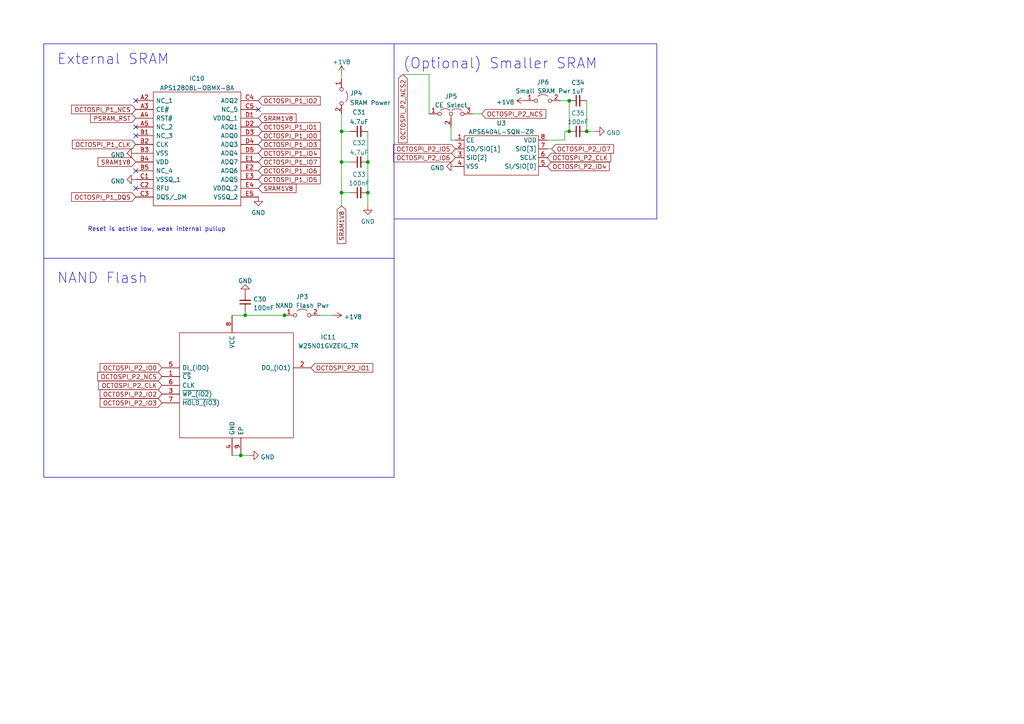
<source format=kicad_sch>
(kicad_sch (version 20230121) (generator eeschema)
  (paper "A4")
  (title_block (title "OBC Prototype Development Board") (date "2023-02-14") (rev "Rev1"))
  (lib_symbols
    (symbol "+1V8_1" (power) (pin_names (offset 0))
      (property "Value" "+1V8_1" (at 0 3.556 0))
      (symbol "+1V8_1_0_1"
        (polyline (pts (xy -0.762 1.27) (xy 0 2.54)))
        (polyline (pts (xy 0 0) (xy 0 2.54)))
        (polyline (pts (xy 0 2.54) (xy 0.762 1.27)))
      )
      (symbol "+1V8_1_1_1"
        (pin power_in line (at 0 0 90) (length 0) hide (name "+1V8") (number "1"))
      )
    )
    (symbol "APS12808L-OBMX-BA:APS12808L-OBMX-BA" (pin_names (offset 0.762))
      (property "Reference" "IC" (at 31.75 7.62 0))
      (property "Value" "APS12808L-OBMX-BA" (at 31.75 5.08 0))
      (symbol "APS12808L-OBMX-BA_0_0"
        (pin passive line (at 0 0 0) (length 5.08) (name "NC_1") (number "A2"))
        (pin passive line (at 0 -2.54 0) (length 5.08) (name "CE#") (number "A3"))
        (pin passive line (at 0 -5.08 0) (length 5.08) (name "RST#") (number "A4"))
        (pin passive line (at 0 -7.62 0) (length 5.08) (name "NC_2") (number "A5"))
        (pin passive line (at 0 -10.16 0) (length 5.08) (name "NC_3") (number "B1"))
        (pin passive line (at 0 -12.7 0) (length 5.08) (name "CLK") (number "B2"))
        (pin passive line (at 0 -15.24 0) (length 5.08) (name "VSS") (number "B3"))
        (pin passive line (at 0 -17.78 0) (length 5.08) (name "VDD") (number "B4"))
        (pin passive line (at 0 -20.32 0) (length 5.08) (name "NC_4") (number "B5"))
        (pin passive line (at 0 -22.86 0) (length 5.08) (name "VSSQ_1") (number "C1"))
        (pin passive line (at 0 -25.4 0) (length 5.08) (name "RFU") (number "C2"))
        (pin passive line (at 0 -27.94 0) (length 5.08) (name "DQS/_DM") (number "C3"))
        (pin passive line (at 35.56 0 180) (length 5.08) (name "ADQ2") (number "C4"))
        (pin passive line (at 35.56 -2.54 180) (length 5.08) (name "NC_5") (number "C5"))
        (pin passive line (at 35.56 -5.08 180) (length 5.08) (name "VDDQ_1") (number "D1"))
        (pin passive line (at 35.56 -7.62 180) (length 5.08) (name "ADQ1") (number "D2"))
        (pin passive line (at 35.56 -10.16 180) (length 5.08) (name "ADQ0") (number "D3"))
        (pin passive line (at 35.56 -12.7 180) (length 5.08) (name "ADQ3") (number "D4"))
        (pin passive line (at 35.56 -15.24 180) (length 5.08) (name "ADQ4") (number "D5"))
        (pin passive line (at 35.56 -17.78 180) (length 5.08) (name "ADQ7") (number "E1"))
        (pin passive line (at 35.56 -20.32 180) (length 5.08) (name "ADQ6") (number "E2"))
        (pin passive line (at 35.56 -22.86 180) (length 5.08) (name "ADQ5") (number "E3"))
        (pin passive line (at 35.56 -25.4 180) (length 5.08) (name "VDDQ_2") (number "E4"))
        (pin passive line (at 35.56 -27.94 180) (length 5.08) (name "VSSQ_2") (number "E5"))
      )
      (symbol "APS12808L-OBMX-BA_0_1"
        (polyline (pts (xy 5.08 2.54) (xy 30.48 2.54) (xy 30.48 -30.48) (xy 5.08 -30.48) (xy 5.08 2.54)) (stroke (width 0.1524)))
      )
    )
    (symbol "APS6404L-SQN-ZR:APS6404L-SQN-ZR"
      (property "Reference" "U" (at 0 0 0))
      (property "Value" "APS6404L-SQN-ZR" (at 0 2.54 0))
      (symbol "APS6404L-SQN-ZR_0_1"
        (rectangle (start -11.43 -1.27) (end 10.16 -12.7) (stroke (width 0.1524)))
      )
      (symbol "APS6404L-SQN-ZR_1_1"
        (pin input line (at -13.97 -2.54 0) (length 2.54) (name "CE") (number "1"))
        (pin input line (at -13.97 -5.08 0) (length 2.54) (name "SO/SIO[1]") (number "2"))
        (pin input line (at -13.97 -7.62 0) (length 2.54) (name "SIO[2]") (number "3"))
        (pin input line (at -13.97 -10.16 0) (length 2.54) (name "VSS") (number "4"))
        (pin input line (at 12.7 -10.16 180) (length 2.54) (name "SI/SIO[0]") (number "5"))
        (pin input line (at 12.7 -7.62 180) (length 2.54) (name "SCLK") (number "6"))
        (pin input line (at 12.7 -5.08 180) (length 2.54) (name "SIO[3]") (number "7"))
        (pin input line (at 12.7 -2.54 180) (length 2.54) (name "VDD") (number "8"))
      )
    )
    (symbol "Device:C_Small" (pin_numbers hide) (pin_names (offset 0.254) hide)
      (property "Reference" "C" (at 0.254 1.778 0))
      (property "Value" "C_Small" (at 0.254 -2.032 0))
      (symbol "C_Small_0_1"
        (polyline (pts (xy -1.524 -0.508) (xy 1.524 -0.508)) (stroke (width 0.3302)))
        (polyline (pts (xy -1.524 0.508) (xy 1.524 0.508)) (stroke (width 0.3048)))
      )
      (symbol "C_Small_1_1"
        (pin passive line (at 0 2.54 270) (length 2.032) (name "~") (number "1"))
        (pin passive line (at 0 -2.54 90) (length 2.032) (name "~") (number "2"))
      )
    )
    (symbol "GND_1" (power) (pin_names (offset 0))
      (property "Value" "GND_1" (at 0 -3.81 0))
      (symbol "GND_1_0_1"
        (polyline (pts (xy 0 0) (xy 0 -1.27) (xy 1.27 -1.27) (xy 0 -2.54) (xy -1.27 -1.27) (xy 0 -1.27)))
      )
      (symbol "GND_1_1_1"
        (pin power_in line (at 0 0 270) (length 0) hide (name "GND") (number "1"))
      )
    )
    (symbol "GND_2" (power) (pin_names (offset 0))
      (property "Value" "GND_2" (at 0 -3.81 0))
      (symbol "GND_2_0_1"
        (polyline (pts (xy 0 0) (xy 0 -1.27) (xy 1.27 -1.27) (xy 0 -2.54) (xy -1.27 -1.27) (xy 0 -1.27)))
      )
      (symbol "GND_2_1_1"
        (pin power_in line (at 0 0 270) (length 0) hide (name "GND") (number "1"))
      )
    )
    (symbol "Jumper:Jumper_2_Open" (pin_names (offset 0) hide)
      (property "Reference" "JP" (at 0 2.794 0))
      (property "Value" "Jumper_2_Open" (at 0 -2.286 0))
      (symbol "Jumper_2_Open_0_0"
        (circle (center -2.032 0) (radius 0.508))
        (circle (center 2.032 0) (radius 0.508))
      )
      (symbol "Jumper_2_Open_0_1"
        (arc (start 1.524 1.27) (mid 0 1.778) (end -1.524 1.27))
      )
      (symbol "Jumper_2_Open_1_1"
        (pin passive line (at -5.08 0 0) (length 2.54) (name "A") (number "1"))
        (pin passive line (at 5.08 0 180) (length 2.54) (name "B") (number "2"))
      )
    )
    (symbol "Jumper:Jumper_3_Open" (pin_names (offset 0) hide)
      (property "Reference" "JP" (at -2.54 -2.54 0))
      (property "Value" "Jumper_3_Open" (at 0 2.794 0))
      (symbol "Jumper_3_Open_0_0"
        (circle (center -3.302 0) (radius 0.508))
        (circle (center 0 0) (radius 0.508))
        (circle (center 3.302 0) (radius 0.508))
      )
      (symbol "Jumper_3_Open_0_1"
        (arc (start -0.254 1.016) (mid -1.651 1.4992) (end -3.048 1.016))
        (polyline (pts (xy 0 -0.508) (xy 0 -1.27)))
        (arc (start 3.048 1.016) (mid 1.651 1.4992) (end 0.254 1.016))
      )
      (symbol "Jumper_3_Open_1_1"
        (pin passive line (at -6.35 0 0) (length 2.54) (name "A") (number "1"))
        (pin passive line (at 0 -3.81 90) (length 2.54) (name "C") (number "2"))
        (pin passive line (at 6.35 0 180) (length 2.54) (name "B") (number "3"))
      )
    )
    (symbol "W25N01GVZEIG_TR:W25N01GVZEIG_TR" (pin_names (offset 0.762))
      (property "Reference" "IC" (at 39.37 15.24 0))
      (property "Value" "W25N01GVZEIG_TR" (at 39.37 12.7 0))
      (symbol "W25N01GVZEIG_TR_0_0"
        (pin passive line (at 0 -2.54 0) (length 5.08) (name "~{CS}") (number "1"))
        (pin passive line (at 43.18 0 180) (length 5.08) (name "DO_(IO1)") (number "2"))
        (pin passive line (at 0 -7.62 0) (length 5.08) (name "~{WP_(IO2})") (number "3"))
        (pin passive line (at 20.32 -25.4 90) (length 5.08) (name "GND") (number "4"))
        (pin passive line (at 0 0 0) (length 5.08) (name "DI_(IO0)") (number "5"))
        (pin passive line (at 0 -5.08 0) (length 5.08) (name "CLK") (number "6"))
        (pin passive line (at 0 -10.16 0) (length 5.08) (name "~{HOLD_(IO3})") (number "7"))
        (pin passive line (at 20.32 15.24 270) (length 5.08) (name "VCC") (number "8"))
        (pin passive line (at 22.86 -25.4 90) (length 5.08) (name "EP") (number "9"))
      )
      (symbol "W25N01GVZEIG_TR_0_1"
        (polyline (pts (xy 5.08 10.16) (xy 38.1 10.16) (xy 38.1 -20.32) (xy 5.08 -20.32) (xy 5.08 10.16)) (stroke (width 0.1524)))
      )
    )
    (symbol "power:+1V8" (power) (pin_names (offset 0))
      (property "Value" "+1V8" (at 0 3.556 0))
      (symbol "+1V8_0_1"
        (polyline (pts (xy -0.762 1.27) (xy 0 2.54)))
        (polyline (pts (xy 0 0) (xy 0 2.54)))
        (polyline (pts (xy 0 2.54) (xy 0.762 1.27)))
      )
      (symbol "+1V8_1_1"
        (pin power_in line (at 0 0 90) (length 0) hide (name "+1V8") (number "1"))
      )
    )
    (symbol "power:GND" (power) (pin_names (offset 0))
      (property "Value" "GND" (at 0 -3.81 0))
      (symbol "GND_0_1"
        (polyline (pts (xy 0 0) (xy 0 -1.27) (xy 1.27 -1.27) (xy 0 -2.54) (xy -1.27 -1.27) (xy 0 -1.27)))
      )
      (symbol "GND_1_1"
        (pin power_in line (at 0 0 270) (length 0) hide (name "GND") (number "1"))
      )
    )
  )
  (junction (at 69.85 132.08))
  (junction (at 106.68 55.88))
  (junction (at 165.1 38.1))
  (junction (at 165.1 29.21))
  (junction (at 99.06 46.99))
  (junction (at 99.06 55.88))
  (junction (at 82.55 91.44))
  (junction (at 71.12 91.44))
  (junction (at 99.06 38.1))
  (junction (at 170.18 38.1))
  (junction (at 106.68 46.99))
  (no_connect (at 74.93 31.75))
  (no_connect (at 39.37 39.37))
  (no_connect (at 39.37 36.83))
  (no_connect (at 39.37 29.21))
  (no_connect (at 39.37 49.53))
  (no_connect (at 39.37 54.61))
  (wire (pts (xy 72.39 132.08) (xy 69.85 132.08)))
  (wire (pts (xy 99.06 55.88) (xy 99.06 46.99)))
  (wire (pts (xy 99.06 59.69) (xy 99.06 55.88)))
  (wire (pts (xy 99.06 46.99) (xy 101.6 46.99)))
  (wire (pts (xy 165.1 38.1) (xy 165.1 29.21)))
  (wire (pts (xy 101.6 55.88) (xy 99.06 55.88)))
  (polyline (pts (xy 12.7 12.7) (xy 114.3 12.7)))
  (wire (pts (xy 99.06 46.99) (xy 99.06 38.1)))
  (wire (pts (xy 158.75 40.64) (xy 163.83 40.64)))
  (polyline (pts (xy 114.3 12.7) (xy 114.3 74.93)))
  (wire (pts (xy 163.83 38.1) (xy 165.1 38.1)))
  (wire (pts (xy 106.68 38.1) (xy 106.68 46.99)))
  (polyline (pts (xy 190.5 12.7) (xy 190.5 63.5)))
  (wire (pts (xy 71.12 91.44) (xy 82.55 91.44)))
  (polyline (pts (xy 114.3 74.93) (xy 114.3 138.43)))
  (wire (pts (xy 170.18 38.1) (xy 172.72 38.1)))
  (wire (pts (xy 124.46 21.59) (xy 124.46 33.02)))
  (wire (pts (xy 69.85 132.08) (xy 67.31 132.08)))
  (wire (pts (xy 101.6 38.1) (xy 99.06 38.1)))
  (polyline (pts (xy 114.3 138.43) (xy 12.7 138.43)))
  (wire (pts (xy 71.12 90.17) (xy 71.12 91.44)))
  (polyline (pts (xy 190.5 63.5) (xy 114.3 63.5)))
  (polyline (pts (xy 114.3 12.7) (xy 190.5 12.7)))
  (wire (pts (xy 92.71 91.44) (xy 96.52 91.44)))
  (wire (pts (xy 163.83 38.1) (xy 163.83 40.64)))
  (wire (pts (xy 99.06 38.1) (xy 99.06 33.02)))
  (wire (pts (xy 137.16 33.02) (xy 139.7 33.02)))
  (wire (pts (xy 158.75 43.18) (xy 160.02 43.18)))
  (wire (pts (xy 71.12 91.44) (xy 67.31 91.44)))
  (polyline (pts (xy 12.7 138.43) (xy 12.7 74.93)))
  (wire (pts (xy 99.06 21.59) (xy 99.06 22.86)))
  (wire (pts (xy 130.81 40.64) (xy 132.08 40.64)))
  (wire (pts (xy 116.84 21.59) (xy 124.46 21.59)))
  (polyline (pts (xy 114.3 74.93) (xy 12.7 74.93)))
  (wire (pts (xy 106.68 59.69) (xy 106.68 55.88)))
  (wire (pts (xy 130.81 36.83) (xy 130.81 40.64)))
  (polyline (pts (xy 12.7 74.93) (xy 12.7 12.7)))
  (wire (pts (xy 106.68 46.99) (xy 106.68 55.88)))
  (wire (pts (xy 82.55 91.44) (xy 83.82 91.44)))
  (wire (pts (xy 170.18 29.21) (xy 170.18 38.1)))
  (wire (pts (xy 162.56 29.21) (xy 165.1 29.21)))
  (text "External SRAM" (at 16.51 19.05 0) (effects (font (size 3 3)) (justify left bottom)))
  (text "Reset is active low, weak internal pullup" (at 25.4 67.31 0) (effects (font (size 1.27 1.27)) (justify left bottom)))
  (text "(Optional) Smaller SRAM\n" (at 116.84 20.32 0) (effects (font (size 3 3)) (justify left bottom)))
  (text "NAND Flash" (at 16.51 82.55 0) (effects (font (size 3 3)) (justify left bottom)))
  (global_label "OCTOSPI_P1_IO5" (shape input) (at 74.93 52.07 0) (property "Intersheetrefs" "${INTERSHEET_REFS}" (effects hide)))
  (global_label "OCTOSPI_P1_NCS" (shape input) (at 39.37 31.75 180) (property "Intersheetrefs" "${INTERSHEET_REFS}" (effects hide)))
  (global_label "OCTOSPI_P1_CLK" (shape input) (at 39.37 41.91 180) (property "Intersheetrefs" "${INTERSHEET_REFS}" (effects hide)))
  (global_label "OCTOSPI_P2_CLK" (shape input) (at 46.99 111.76 180) (property "Intersheetrefs" "${INTERSHEET_REFS}" (effects hide)))
  (global_label "OCTOSPI_P2_IO0" (shape input) (at 46.99 106.68 180) (property "Intersheetrefs" "${INTERSHEET_REFS}" (effects hide)))
  (global_label "OCTOSPI_P2_NCS" (shape input) (at 139.7 33.02 0) (property "Intersheetrefs" "${INTERSHEET_REFS}" (effects hide)))
  (global_label "OCTOSPI_P1_DQS" (shape input) (at 39.37 57.15 180) (property "Intersheetrefs" "${INTERSHEET_REFS}" (effects hide)))
  (global_label "SRAM1V8" (shape input) (at 99.06 59.69 270) (property "Intersheetrefs" "${INTERSHEET_REFS}" (effects hide)))
  (global_label "OCTOSPI_P2_IO4" (shape input) (at 158.75 48.26 0) (property "Intersheetrefs" "${INTERSHEET_REFS}" (effects hide)))
  (global_label "OCTOSPI_P2_IO5" (shape input) (at 132.08 43.18 180) (property "Intersheetrefs" "${INTERSHEET_REFS}" (effects hide)))
  (global_label "OCTOSPI_P2_IO3" (shape input) (at 46.99 116.84 180) (property "Intersheetrefs" "${INTERSHEET_REFS}" (effects hide)))
  (global_label "OCTOSPI_P1_IO3" (shape input) (at 74.93 41.91 0) (property "Intersheetrefs" "${INTERSHEET_REFS}" (effects hide)))
  (global_label "OCTOSPI_P1_IO6" (shape input) (at 74.93 49.53 0) (property "Intersheetrefs" "${INTERSHEET_REFS}" (effects hide)))
  (global_label "OCTOSPI_P2_IO2" (shape input) (at 46.99 114.3 180) (property "Intersheetrefs" "${INTERSHEET_REFS}" (effects hide)))
  (global_label "OCTOSPI_P2_NCS" (shape input) (at 46.99 109.22 180) (property "Intersheetrefs" "${INTERSHEET_REFS}" (effects hide)))
  (global_label "OCTOSPI_P2_NCS2" (shape input) (at 116.84 21.59 270) (property "Intersheetrefs" "${INTERSHEET_REFS}" (effects hide)))
  (global_label "SRAM1V8" (shape input) (at 74.93 54.61 0) (property "Intersheetrefs" "${INTERSHEET_REFS}" (effects hide)))
  (global_label "OCTOSPI_P1_IO4" (shape input) (at 74.93 44.45 0) (property "Intersheetrefs" "${INTERSHEET_REFS}" (effects hide)))
  (global_label "OCTOSPI_P1_IO2" (shape input) (at 74.93 29.21 0) (property "Intersheetrefs" "${INTERSHEET_REFS}" (effects hide)))
  (global_label "OCTOSPI_P2_IO6" (shape input) (at 132.08 45.72 180) (property "Intersheetrefs" "${INTERSHEET_REFS}" (effects hide)))
  (global_label "OCTOSPI_P2_IO7" (shape input) (at 160.02 43.18 0) (property "Intersheetrefs" "${INTERSHEET_REFS}" (effects hide)))
  (global_label "SRAM1V8" (shape input) (at 74.93 34.29 0) (property "Intersheetrefs" "${INTERSHEET_REFS}" (effects hide)))
  (global_label "OCTOSPI_P1_IO0" (shape input) (at 74.93 39.37 0) (property "Intersheetrefs" "${INTERSHEET_REFS}" (effects hide)))
  (global_label "OCTOSPI_P1_IO7" (shape input) (at 74.93 46.99 0) (property "Intersheetrefs" "${INTERSHEET_REFS}" (effects hide)))
  (global_label "OCTOSPI_P2_IO1" (shape input) (at 90.17 106.68 0) (property "Intersheetrefs" "${INTERSHEET_REFS}" (effects hide)))
  (global_label "PSRAM_RST" (shape input) (at 39.37 34.29 180) (property "Intersheetrefs" "${INTERSHEET_REFS}" (effects hide)))
  (global_label "OCTOSPI_P2_CLK" (shape input) (at 158.75 45.72 0) (property "Intersheetrefs" "${INTERSHEET_REFS}" (effects hide)))
  (global_label "OCTOSPI_P1_IO1" (shape input) (at 74.93 36.83 0) (property "Intersheetrefs" "${INTERSHEET_REFS}" (effects hide)))
  (global_label "SRAM1V8" (shape input) (at 39.37 46.99 180) (property "Intersheetrefs" "${INTERSHEET_REFS}" (effects hide)))
  (symbol (lib_id "Jumper:Jumper_2_Open") (at 99.06 27.94 270) (unit 1)
    (property "Reference" "JP4" (at 101.473 27.0315 90) (effects (justify left)))
    (property "Value" "SRAM Power" (at 101.473 29.8066 90) (effects (justify left)))
    (property "Footprint" "Connector_PinHeader_2.54mm:PinHeader_1x02_P2.54mm_Vertical" (effects hide))
  )
  (symbol (lib_id "Device:C_Small") (at 167.64 38.1 90) (unit 1)
    (property "Reference" "C35" (at 167.6463 32.8381 90))
    (property "Value" "100nF" (at 167.6463 35.375 90))
    (property "Footprint" "Capacitor_SMD:C_0402_1005Metric" (effects hide))
  )
  (symbol (lib_id "W25N01GVZEIG_TR:W25N01GVZEIG_TR") (at 46.99 106.68 0) (unit 1)
    (property "Reference" "IC11" (at 95.25 97.79 0))
    (property "Value" "W25N01GVZEIG_TR" (at 95.25 100.33 0))
    (property "Footprint" "W25N01GVZEIG_TR:SON127P800X600X80-9N-D" (effects hide))
    (property "Datasheet" "https://www.winbond.com/resource-files/w25n01gv revg 032116.pdf" (effects hide))
    (property "Description" "IC FLASH 1GBIT 104MHZ 8WSON" (effects hide))
    (property "Height" "0.8" (effects hide))
    (property "Mouser Part Number" "454-W25N01GVZEIGTR" (effects hide))
    (property "Mouser Price/Stock" "https://www.mouser.co.uk/ProductDetail/Winbond/W25N01GVZEIG-TR?qs=qSfuJ%252Bfl%2Fd6niBi0Qz1MPg%3D%3D" (effects hide))
    (property "Manufacturer_Name" "Winbond" (effects hide))
    (property "Manufacturer_Part_Number" "W25N01GVZEIG TR" (effects hide))
  )
  (symbol (lib_id "Jumper:Jumper_3_Open") (at 130.81 33.02 0) (unit 1)
    (property "Reference" "JP5" (at 130.81 27.948 0))
    (property "Value" "CE Select" (at 130.81 30.4849 0))
    (property "Footprint" "Connector_PinHeader_2.54mm:PinHeader_1x03_P2.54mm_Vertical" (effects hide))
  )
  (symbol (lib_id "power:GND") (at 72.39 132.08 90) (unit 1)
    (property "Reference" "#PWR0208" (effects hide))
    (property "Value" "GND" (at 75.565 132.559 90) (effects (justify right)))
  )
  (symbol (lib_name "GND_2") (lib_id "power:GND") (at 132.08 48.26 270) (unit 1)
    (property "Reference" "#PWR0200" (effects hide))
    (property "Value" "GND" (at 128.9051 48.6938 90) (effects (justify right)))
  )
  (symbol (lib_id "power:GND") (at 39.37 44.45 270) (unit 1)
    (property "Reference" "#PWR0202" (effects hide))
    (property "Value" "GND" (at 36.1951 44.929 90) (effects (justify right)))
  )
  (symbol (lib_id "Device:C_Small") (at 104.14 38.1 90) (unit 1)
    (property "Reference" "C31" (at 104.1463 32.5714 90))
    (property "Value" "4.7uF" (at 104.1463 35.3465 90))
    (property "Footprint" "Capacitor_SMD:C_0402_1005Metric" (effects hide))
  )
  (symbol (lib_id "Jumper:Jumper_2_Open") (at 87.63 91.44 0) (unit 1)
    (property "Reference" "JP3" (at 87.63 86.0892 0))
    (property "Value" "NAND Flash Pwr" (at 87.63 88.6261 0))
    (property "Footprint" "Connector_PinHeader_2.54mm:PinHeader_1x02_P2.54mm_Vertical" (effects hide))
  )
  (symbol (lib_id "power:+1V8") (at 99.06 21.59 0) (unit 1)
    (property "Reference" "#PWR0204" (effects hide))
    (property "Value" "+1V8" (at 99.06 17.9855 0))
  )
  (symbol (lib_name "+1V8_1") (lib_id "power:+1V8") (at 152.4 29.21 90) (unit 1)
    (property "Reference" "#PWR0199" (effects hide))
    (property "Value" "+1V8" (at 149.225 29.6438 90) (effects (justify left)))
  )
  (symbol (lib_id "APS12808L-OBMX-BA:APS12808L-OBMX-BA") (at 39.37 29.21 0) (unit 1)
    (property "Reference" "IC10" (at 57.15 22.7543 0))
    (property "Value" "APS12808L-OBMX-BA" (at 57.15 25.5294 0))
    (property "Footprint" "APS12808L-OBMX-BA:BGA24C100P5X5_600X800X120" (effects hide))
    (property "Datasheet" "https://www.mouser.bg/datasheet/2/1127/APM_PSRAM_OPI_Xccela_APS12808L_OBMx_v3_0a_PKG-1954889.pdf" (effects hide))
    (property "Description" "DRAM IoT RAM 128Mb OPI (x8) DDR 200MHz, 1.8V, Ext. Temp., BGA24" (effects hide))
    (property "Height" "1.2" (effects hide))
    (property "Mouser Part Number" "878-APS12808L-OBMXBA" (effects hide))
    (property "Mouser Price/Stock" "https://www.mouser.co.uk/ProductDetail/AP-Memory/APS12808L-OBMX-BA?qs=TuK3vfAjtkWxIQRMGHfJdg%3D%3D" (effects hide))
    (property "Manufacturer_Name" "AP Memory" (effects hide))
    (property "Manufacturer_Part_Number" "APS12808L-OBMX-BA" (effects hide))
  )
  (symbol (lib_id "power:+1V8") (at 96.52 91.44 270) (unit 1)
    (property "Reference" "#PWR0207" (effects hide))
    (property "Value" "+1V8" (at 99.695 91.919 90) (effects (justify left)))
  )
  (symbol (lib_id "APS6404L-SQN-ZR:APS6404L-SQN-ZR") (at 146.05 38.1 0) (unit 1)
    (property "Reference" "U3" (at 145.415 35.721 0))
    (property "Value" "APS6404L-SQN-ZR" (at 145.415 38.2579 0))
    (property "Footprint" "APS6404L-SQN-ZR:APS6404L-SQN-ZR" (effects hide))
  )
  (symbol (lib_id "power:GND") (at 71.12 85.09 180) (unit 1)
    (property "Reference" "#PWR0206" (effects hide))
    (property "Value" "GND" (at 71.12 81.4855 0))
  )
  (symbol (lib_id "power:GND") (at 74.93 57.15 0) (unit 1)
    (property "Reference" "#PWR0203" (effects hide))
    (property "Value" "GND" (at 74.93 61.7125 0))
  )
  (symbol (lib_id "Device:C_Small") (at 104.14 46.99 90) (unit 1)
    (property "Reference" "C32" (at 104.1463 41.4614 90))
    (property "Value" "4.7uF" (at 104.1463 44.2365 90))
    (property "Footprint" "Capacitor_SMD:C_0402_1005Metric" (effects hide))
  )
  (symbol (lib_name "GND_1") (lib_id "power:GND") (at 172.72 38.1 90) (unit 1)
    (property "Reference" "#PWR0198" (effects hide))
    (property "Value" "GND" (at 175.895 38.5338 90) (effects (justify right)))
  )
  (symbol (lib_id "power:GND") (at 106.68 59.69 0) (unit 1)
    (property "Reference" "#PWR0205" (effects hide))
    (property "Value" "GND" (at 106.68 64.2525 0))
  )
  (symbol (lib_id "Device:C_Small") (at 104.14 55.88 90) (unit 1)
    (property "Reference" "C33" (at 104.1463 50.6181 90))
    (property "Value" "100nF" (at 104.1463 53.155 90))
    (property "Footprint" "Capacitor_SMD:C_0402_1005Metric" (effects hide))
  )
  (symbol (lib_id "power:GND") (at 39.37 52.07 270) (unit 1)
    (property "Reference" "#PWR0201" (effects hide))
    (property "Value" "GND" (at 36.1951 52.549 90) (effects (justify right)))
  )
  (symbol (lib_id "Device:C_Small") (at 71.12 87.63 180) (unit 1)
    (property "Reference" "C30" (at 73.4441 86.7889 0) (effects (justify right)))
    (property "Value" "100nF" (at 73.4441 89.3258 0) (effects (justify right)))
    (property "Footprint" "Capacitor_SMD:C_0402_1005Metric" (effects hide))
  )
  (symbol (lib_id "Jumper:Jumper_2_Open") (at 157.48 29.21 0) (unit 1)
    (property "Reference" "JP6" (at 157.48 23.8592 0))
    (property "Value" "Small SRAM Pwr" (at 157.48 26.3961 0))
    (property "Footprint" "Connector_PinHeader_2.54mm:PinHeader_1x02_P2.54mm_Vertical" (effects hide))
  )
  (symbol (lib_id "Device:C_Small") (at 167.64 29.21 90) (unit 1)
    (property "Reference" "C34" (at 167.6463 23.9481 90))
    (property "Value" "1uF" (at 167.6463 26.485 90))
    (property "Footprint" "Capacitor_SMD:C_0402_1005Metric" (effects hide))
  )
)
</source>
